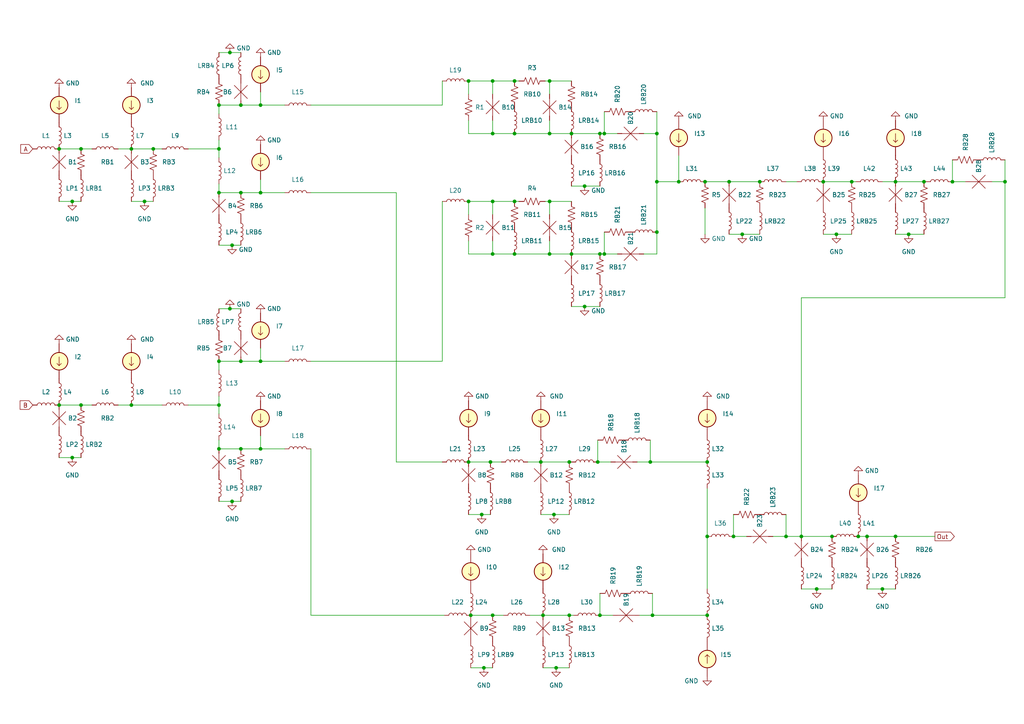
<source format=kicad_sch>
(kicad_sch (version 20211123) (generator eeschema)
  (paper "User" 297.002 210.007)
  (lib_symbols
    (symbol "Superconductors:Current_Source" (pin_numbers hide) (pin_names (offset 0.0254))
      (property "Reference" "I" (at 3.175 1.27 0))
      (property "Spice_Model" "pwl(0 0 100u)" (at 3.175 0 0))
      (symbol "Current_Source_0_1"
        (polyline (pts (xy 0 -1.27) (xy 0 1.27)))
        (polyline (pts (xy -0.635 -0.635) (xy 0 -1.27) (xy 0.635 -0.635)))
        (circle (center 0 0) (radius 2.54) (stroke (width 0.254)) (fill (type background)))
      )
      (symbol "Current_Source_1_1"
        (pin passive line (at 0 5.08 270) (length 2.54) (name "~") (number "1"))
        (pin passive line (at 0 -5.08 90) (length 2.54) (name "~") (number "2"))
      )
    )
    (symbol "Superconductors:Inductor" (pin_numbers hide) (pin_names (offset 1.016) hide)
      (property "Reference" "L" (at 0 2.032 0))
      (symbol "Inductor_0_1"
        (arc (start -1.27 0) (mid -1.905 0.635) (end -2.54 0))
        (arc (start 0 0) (mid -0.635 0.635) (end -1.27 0))
        (arc (start 1.27 0) (mid 0.635 0.635) (end 0 0))
        (arc (start 2.54 0) (mid 1.905 0.635) (end 1.27 0))
      )
      (symbol "Inductor_1_1"
        (pin passive line (at -3.81 0 0) (length 1.27) (name "1") (number "1"))
        (pin passive line (at 3.81 0 180) (length 1.27) (name "2") (number "2"))
      )
    )
    (symbol "Superconductors:Resistor" (pin_numbers hide) (pin_names (offset 0))
      (property "Reference" "R" (at 2.54 0 90))
      (symbol "Resistor_0_1"
        (polyline (pts (xy 0 -2.286) (xy 0 -2.54)))
        (polyline (pts (xy 0 2.286) (xy 0 2.54)))
        (polyline (pts (xy 0 -0.762) (xy 1.016 -1.143) (xy 0 -1.524) (xy -1.016 -1.905) (xy 0 -2.286)))
        (polyline (pts (xy 0 0.762) (xy 1.016 0.381) (xy 0 0) (xy -1.016 -0.381) (xy 0 -0.762)))
        (polyline (pts (xy 0 2.286) (xy 1.016 1.905) (xy 0 1.524) (xy -1.016 1.143) (xy 0 0.762)))
      )
      (symbol "Resistor_1_1"
        (pin passive line (at 0 3.81 270) (length 1.27) (name "~") (number "1"))
        (pin passive line (at 0 -3.81 90) (length 1.27) (name "~") (number "2"))
      )
    )
    (symbol "Superconductors:jjmit" (pin_numbers hide) (pin_names (offset 0))
      (property "Reference" "B" (at 3.175 0 90))
      (property "Value" "jjmit" (at -3.175 0 90))
      (symbol "jjmit_0_1"
        (polyline (pts (xy -1.905 -1.905) (xy 1.905 1.905)))
        (polyline (pts (xy -1.905 1.905) (xy 1.905 -1.905)))
        (polyline (pts (xy 0 -2.54) (xy 0 2.54)))
      )
      (symbol "jjmit_1_1"
        (pin passive line (at 0 3.81 270) (length 1.27) (name "~") (number "1"))
        (pin passive line (at 0 -3.81 90) (length 1.27) (name "~") (number "2"))
      )
    )
    (symbol "power:GND" (power) (pin_names (offset 0))
      (property "Value" "GND" (at 0 -3.81 0))
      (symbol "GND_0_1"
        (polyline (pts (xy 0 0) (xy 0 -1.27) (xy 1.27 -1.27) (xy 0 -2.54) (xy -1.27 -1.27) (xy 0 -1.27)))
      )
      (symbol "GND_1_1"
        (pin power_in line (at 0 0 270) (length 0) hide (name "GND") (number "1"))
      )
    )
  )
  (junction (at 215.265 67.945))
  (junction (at 20.955 132.715))
  (junction (at 259.715 52.705))
  (junction (at 276.225 52.705))
  (junction (at 196.85 52.705))
  (junction (at 23.495 43.18))
  (junction (at 142.875 38.735))
  (junction (at 66.675 89.535))
  (junction (at 149.225 23.495))
  (junction (at 142.875 73.66))
  (junction (at 23.495 117.475))
  (junction (at 135.89 133.985))
  (junction (at 159.385 23.495))
  (junction (at 241.3 155.575))
  (junction (at 69.85 104.775))
  (junction (at 149.225 38.735))
  (junction (at 169.545 88.9))
  (junction (at 75.565 104.775))
  (junction (at 236.855 170.815))
  (junction (at 63.5 55.88))
  (junction (at 291.465 52.705))
  (junction (at 190.5 52.705))
  (junction (at 205.105 133.985))
  (junction (at 142.875 178.435))
  (junction (at 140.335 193.675))
  (junction (at 135.89 23.495))
  (junction (at 75.565 130.175))
  (junction (at 175.26 73.66))
  (junction (at 63.5 30.48))
  (junction (at 44.45 43.18))
  (junction (at 267.97 52.705))
  (junction (at 205.105 155.575))
  (junction (at 251.46 155.575))
  (junction (at 188.595 133.985))
  (junction (at 136.525 178.435))
  (junction (at 232.41 155.575))
  (junction (at 67.31 145.415))
  (junction (at 220.345 52.705))
  (junction (at 165.1 133.985))
  (junction (at 238.76 52.705))
  (junction (at 66.675 15.24))
  (junction (at 149.225 58.42))
  (junction (at 175.26 38.735))
  (junction (at 160.655 149.225))
  (junction (at 173.355 133.985))
  (junction (at 189.23 178.435))
  (junction (at 157.48 178.435))
  (junction (at 159.385 58.42))
  (junction (at 142.875 58.42))
  (junction (at 20.955 58.42))
  (junction (at 17.145 43.18))
  (junction (at 63.5 43.18))
  (junction (at 75.565 55.88))
  (junction (at 156.845 133.985))
  (junction (at 205.105 178.435))
  (junction (at 173.99 38.735))
  (junction (at 173.99 73.66))
  (junction (at 227.965 155.575))
  (junction (at 38.1 117.475))
  (junction (at 142.24 133.985))
  (junction (at 139.7 149.225))
  (junction (at 204.47 52.705))
  (junction (at 247.015 52.705))
  (junction (at 63.5 117.475))
  (junction (at 259.715 155.575))
  (junction (at 165.735 73.66))
  (junction (at 242.57 67.945))
  (junction (at 161.29 193.675))
  (junction (at 69.85 55.88))
  (junction (at 159.385 38.735))
  (junction (at 63.5 130.175))
  (junction (at 75.565 30.48))
  (junction (at 38.1 43.18))
  (junction (at 67.31 71.12))
  (junction (at 149.225 73.66))
  (junction (at 190.5 67.31))
  (junction (at 190.5 38.735))
  (junction (at 135.89 58.42))
  (junction (at 248.92 155.575))
  (junction (at 17.145 117.475))
  (junction (at 41.91 58.42))
  (junction (at 69.85 30.48))
  (junction (at 63.5 104.775))
  (junction (at 255.905 170.815))
  (junction (at 159.385 73.66))
  (junction (at 212.725 155.575))
  (junction (at 165.735 38.735))
  (junction (at 263.525 67.945))
  (junction (at 142.875 23.495))
  (junction (at 173.99 178.435))
  (junction (at 169.545 53.975))
  (junction (at 69.85 130.175))
  (junction (at 165.1 178.435))
  (junction (at 211.455 52.705))
  (wire (pts (xy 173.99 178.435) (xy 177.8 178.435)))
  (wire (pts (xy 69.85 130.175) (xy 75.565 130.175)))
  (wire (pts (xy 165.1 178.435) (xy 166.37 178.435)))
  (wire (pts (xy 135.89 62.23) (xy 135.89 58.42)))
  (wire (pts (xy 41.91 58.42) (xy 44.45 58.42)))
  (wire (pts (xy 268.605 52.705) (xy 267.97 52.705)))
  (wire (pts (xy 159.385 58.42) (xy 159.385 62.23)))
  (wire (pts (xy 135.89 27.305) (xy 135.89 23.495)))
  (wire (pts (xy 173.99 73.66) (xy 175.26 73.66)))
  (wire (pts (xy 17.145 132.715) (xy 20.955 132.715)))
  (wire (pts (xy 291.465 52.705) (xy 291.465 46.355)))
  (wire (pts (xy 69.85 30.48) (xy 63.5 30.48)))
  (wire (pts (xy 255.905 52.705) (xy 259.715 52.705)))
  (wire (pts (xy 142.875 38.735) (xy 149.225 38.735)))
  (wire (pts (xy 248.285 52.705) (xy 247.015 52.705)))
  (wire (pts (xy 142.875 58.42) (xy 142.875 62.23)))
  (wire (pts (xy 159.385 23.495) (xy 159.385 27.305)))
  (wire (pts (xy 186.69 73.66) (xy 190.5 73.66)))
  (wire (pts (xy 276.225 52.705) (xy 280.035 52.705)))
  (wire (pts (xy 63.5 71.12) (xy 67.31 71.12)))
  (wire (pts (xy 142.875 58.42) (xy 149.225 58.42)))
  (wire (pts (xy 63.5 145.415) (xy 67.31 145.415)))
  (wire (pts (xy 165.735 73.66) (xy 173.99 73.66)))
  (wire (pts (xy 204.47 52.705) (xy 211.455 52.705)))
  (wire (pts (xy 159.385 38.735) (xy 165.735 38.735)))
  (wire (pts (xy 75.565 55.88) (xy 82.55 55.88)))
  (wire (pts (xy 135.89 38.735) (xy 142.875 38.735)))
  (wire (pts (xy 157.48 193.675) (xy 161.29 193.675)))
  (wire (pts (xy 142.875 73.66) (xy 149.225 73.66)))
  (wire (pts (xy 69.85 89.535) (xy 66.675 89.535)))
  (wire (pts (xy 159.385 58.42) (xy 165.735 58.42)))
  (wire (pts (xy 26.67 43.18) (xy 23.495 43.18)))
  (wire (pts (xy 227.965 52.705) (xy 231.14 52.705)))
  (wire (pts (xy 165.735 88.9) (xy 169.545 88.9)))
  (wire (pts (xy 90.17 104.775) (xy 128.27 104.775)))
  (wire (pts (xy 175.26 73.66) (xy 175.26 67.31)))
  (wire (pts (xy 90.17 55.88) (xy 114.935 55.88)))
  (wire (pts (xy 135.89 73.66) (xy 142.875 73.66)))
  (wire (pts (xy 263.525 67.945) (xy 267.97 67.945)))
  (wire (pts (xy 142.875 69.85) (xy 142.875 73.66)))
  (wire (pts (xy 215.265 67.945) (xy 220.345 67.945)))
  (wire (pts (xy 205.105 141.605) (xy 205.105 155.575)))
  (wire (pts (xy 161.29 193.675) (xy 165.1 193.675)))
  (wire (pts (xy 173.99 38.735) (xy 175.26 38.735)))
  (wire (pts (xy 63.5 130.175) (xy 63.5 127.635)))
  (wire (pts (xy 135.89 23.495) (xy 142.875 23.495)))
  (wire (pts (xy 136.525 178.435) (xy 142.875 178.435)))
  (wire (pts (xy 149.225 23.495) (xy 150.495 23.495)))
  (wire (pts (xy 224.155 155.575) (xy 227.965 155.575)))
  (wire (pts (xy 128.27 30.48) (xy 128.27 23.495)))
  (wire (pts (xy 251.46 155.575) (xy 259.715 155.575)))
  (wire (pts (xy 189.23 178.435) (xy 205.105 178.435)))
  (wire (pts (xy 75.565 52.07) (xy 75.565 55.88)))
  (wire (pts (xy 67.31 145.415) (xy 69.85 145.415)))
  (wire (pts (xy 156.845 133.985) (xy 165.1 133.985)))
  (wire (pts (xy 90.17 30.48) (xy 128.27 30.48)))
  (wire (pts (xy 69.85 104.775) (xy 63.5 104.775)))
  (wire (pts (xy 159.385 23.495) (xy 165.735 23.495)))
  (wire (pts (xy 175.26 73.66) (xy 179.07 73.66)))
  (wire (pts (xy 135.89 69.85) (xy 135.89 73.66)))
  (wire (pts (xy 135.89 133.985) (xy 142.24 133.985)))
  (wire (pts (xy 38.1 43.18) (xy 44.45 43.18)))
  (wire (pts (xy 17.145 43.18) (xy 23.495 43.18)))
  (wire (pts (xy 204.47 67.945) (xy 204.47 60.325)))
  (wire (pts (xy 227.965 155.575) (xy 232.41 155.575)))
  (wire (pts (xy 63.5 45.72) (xy 63.5 43.18)))
  (wire (pts (xy 135.89 58.42) (xy 142.875 58.42)))
  (wire (pts (xy 26.67 117.475) (xy 23.495 117.475)))
  (wire (pts (xy 232.41 86.36) (xy 291.465 86.36)))
  (wire (pts (xy 34.29 43.18) (xy 38.1 43.18)))
  (wire (pts (xy 66.675 15.24) (xy 63.5 15.24)))
  (wire (pts (xy 20.955 132.715) (xy 23.495 132.715)))
  (wire (pts (xy 188.595 133.985) (xy 205.105 133.985)))
  (wire (pts (xy 157.48 178.435) (xy 165.1 178.435)))
  (wire (pts (xy 114.935 133.985) (xy 128.27 133.985)))
  (wire (pts (xy 63.5 55.88) (xy 63.5 53.34)))
  (wire (pts (xy 173.355 133.985) (xy 173.355 127.635)))
  (wire (pts (xy 149.225 58.42) (xy 150.495 58.42)))
  (wire (pts (xy 185.42 178.435) (xy 189.23 178.435)))
  (wire (pts (xy 17.145 58.42) (xy 20.955 58.42)))
  (wire (pts (xy 259.715 52.705) (xy 267.97 52.705)))
  (wire (pts (xy 142.875 23.495) (xy 149.225 23.495)))
  (wire (pts (xy 63.5 55.88) (xy 69.85 55.88)))
  (wire (pts (xy 190.5 38.735) (xy 190.5 32.385)))
  (wire (pts (xy 63.5 117.475) (xy 54.61 117.475)))
  (wire (pts (xy 189.23 178.435) (xy 189.23 172.085)))
  (wire (pts (xy 205.105 155.575) (xy 205.105 170.815)))
  (wire (pts (xy 128.27 58.42) (xy 128.27 104.775)))
  (wire (pts (xy 135.89 34.925) (xy 135.89 38.735)))
  (wire (pts (xy 63.5 107.315) (xy 63.5 104.775)))
  (wire (pts (xy 136.525 193.675) (xy 140.335 193.675)))
  (wire (pts (xy 156.845 149.225) (xy 160.655 149.225)))
  (wire (pts (xy 175.26 38.735) (xy 175.26 32.385)))
  (wire (pts (xy 142.875 23.495) (xy 142.875 27.305)))
  (wire (pts (xy 236.855 170.815) (xy 241.3 170.815)))
  (wire (pts (xy 82.55 104.775) (xy 75.565 104.775)))
  (wire (pts (xy 146.05 178.435) (xy 142.875 178.435)))
  (wire (pts (xy 139.7 149.225) (xy 142.24 149.225)))
  (wire (pts (xy 63.5 40.64) (xy 63.5 43.18)))
  (wire (pts (xy 238.76 67.945) (xy 242.57 67.945)))
  (wire (pts (xy 153.67 178.435) (xy 157.48 178.435)))
  (wire (pts (xy 75.565 130.175) (xy 82.55 130.175)))
  (wire (pts (xy 186.69 38.735) (xy 190.5 38.735)))
  (wire (pts (xy 196.85 45.085) (xy 196.85 52.705)))
  (wire (pts (xy 212.725 155.575) (xy 212.725 149.225)))
  (wire (pts (xy 38.1 58.42) (xy 41.91 58.42)))
  (wire (pts (xy 173.355 133.985) (xy 177.165 133.985)))
  (wire (pts (xy 232.41 170.815) (xy 236.855 170.815)))
  (wire (pts (xy 63.5 120.015) (xy 63.5 117.475)))
  (wire (pts (xy 276.225 52.705) (xy 276.225 46.355)))
  (wire (pts (xy 232.41 86.36) (xy 232.41 155.575)))
  (wire (pts (xy 173.99 178.435) (xy 173.99 172.085)))
  (wire (pts (xy 188.595 133.985) (xy 188.595 127.635)))
  (wire (pts (xy 34.29 117.475) (xy 38.1 117.475)))
  (wire (pts (xy 46.99 117.475) (xy 38.1 117.475)))
  (wire (pts (xy 212.725 155.575) (xy 216.535 155.575)))
  (wire (pts (xy 190.5 52.705) (xy 196.85 52.705)))
  (wire (pts (xy 169.545 88.9) (xy 173.99 88.9)))
  (wire (pts (xy 90.17 178.435) (xy 128.905 178.435)))
  (wire (pts (xy 17.145 117.475) (xy 23.495 117.475)))
  (wire (pts (xy 251.46 170.815) (xy 255.905 170.815)))
  (wire (pts (xy 75.565 100.965) (xy 75.565 104.775)))
  (wire (pts (xy 165.735 133.985) (xy 165.1 133.985)))
  (wire (pts (xy 142.875 34.925) (xy 142.875 38.735)))
  (wire (pts (xy 175.26 38.735) (xy 179.07 38.735)))
  (wire (pts (xy 67.31 71.12) (xy 69.85 71.12)))
  (wire (pts (xy 153.035 133.985) (xy 156.845 133.985)))
  (wire (pts (xy 255.905 170.815) (xy 259.715 170.815)))
  (wire (pts (xy 165.735 53.975) (xy 169.545 53.975)))
  (wire (pts (xy 75.565 30.48) (xy 69.85 30.48)))
  (wire (pts (xy 159.385 73.66) (xy 165.735 73.66)))
  (wire (pts (xy 63.5 114.935) (xy 63.5 117.475)))
  (wire (pts (xy 20.955 58.42) (xy 23.495 58.42)))
  (wire (pts (xy 66.675 89.535) (xy 63.5 89.535)))
  (wire (pts (xy 259.715 67.945) (xy 263.525 67.945)))
  (wire (pts (xy 211.455 52.705) (xy 220.345 52.705)))
  (wire (pts (xy 63.5 43.18) (xy 54.61 43.18)))
  (wire (pts (xy 158.115 23.495) (xy 159.385 23.495)))
  (wire (pts (xy 69.85 55.88) (xy 75.565 55.88)))
  (wire (pts (xy 63.5 130.175) (xy 69.85 130.175)))
  (wire (pts (xy 190.5 52.705) (xy 190.5 67.31)))
  (wire (pts (xy 69.85 15.24) (xy 66.675 15.24)))
  (wire (pts (xy 242.57 67.945) (xy 247.015 67.945)))
  (wire (pts (xy 160.655 149.225) (xy 165.1 149.225)))
  (wire (pts (xy 82.55 30.48) (xy 75.565 30.48)))
  (wire (pts (xy 169.545 53.975) (xy 173.99 53.975)))
  (wire (pts (xy 184.785 133.985) (xy 188.595 133.985)))
  (wire (pts (xy 190.5 67.31) (xy 190.5 73.66)))
  (wire (pts (xy 158.115 58.42) (xy 159.385 58.42)))
  (wire (pts (xy 190.5 38.735) (xy 190.5 52.705)))
  (wire (pts (xy 75.565 126.365) (xy 75.565 130.175)))
  (wire (pts (xy 63.5 33.02) (xy 63.5 30.48)))
  (wire (pts (xy 140.335 193.675) (xy 142.875 193.675)))
  (wire (pts (xy 75.565 26.67) (xy 75.565 30.48)))
  (wire (pts (xy 227.965 155.575) (xy 227.965 149.225)))
  (wire (pts (xy 291.465 52.705) (xy 291.465 86.36)))
  (wire (pts (xy 287.655 52.705) (xy 291.465 52.705)))
  (wire (pts (xy 46.99 43.18) (xy 44.45 43.18)))
  (wire (pts (xy 145.415 133.985) (xy 142.24 133.985)))
  (wire (pts (xy 135.89 149.225) (xy 139.7 149.225)))
  (wire (pts (xy 232.41 155.575) (xy 241.3 155.575)))
  (wire (pts (xy 114.935 55.88) (xy 114.935 133.985)))
  (wire (pts (xy 75.565 104.775) (xy 69.85 104.775)))
  (wire (pts (xy 211.455 67.945) (xy 215.265 67.945)))
  (wire (pts (xy 149.225 73.66) (xy 159.385 73.66)))
  (wire (pts (xy 159.385 69.85) (xy 159.385 73.66)))
  (wire (pts (xy 271.145 155.575) (xy 259.715 155.575)))
  (wire (pts (xy 149.225 38.735) (xy 159.385 38.735)))
  (wire (pts (xy 165.735 38.735) (xy 173.99 38.735)))
  (wire (pts (xy 238.76 52.705) (xy 247.015 52.705)))
  (wire (pts (xy 251.46 155.575) (xy 248.92 155.575)))
  (wire (pts (xy 159.385 34.925) (xy 159.385 38.735)))
  (wire (pts (xy 90.17 130.175) (xy 90.17 178.435)))
  (global_label "A" (shape input) (at 9.525 43.18 180) (property "Intersheet References" "${INTERSHEET_REFS}" (effects hide)))
  (global_label "B" (shape input) (at 9.525 117.475 180) (property "Intersheet References" "${INTERSHEET_REFS}" (effects hide)))
  (global_label "Out" (shape output) (at 271.145 155.575 0) (property "Intersheet References" "${INTERSHEET_REFS}" (effects hide)))
  (symbol (lib_id "Superconductors:Resistor") (at 142.24 137.795 0) (unit 1)
    (property "Reference" "RB8" (at 147.955 137.7949 0) (effects (justify left)))
    (property "Value" "Resistor" (effects hide))
  )
  (symbol (lib_id "Superconductors:jjmit") (at 220.345 155.575 270) (unit 1)
    (property "Reference" "B23" (at 220.3449 153.035 0) (effects (justify right)))
    (property "Value" "jjmit" (effects hide))
  )
  (symbol (lib_id "Superconductors:Inductor") (at 63.5 111.125 270) (unit 1)
    (property "Reference" "L13" (at 65.405 111.1249 90) (effects (justify left)))
    (property "Value" "Inductor" (effects hide))
  )
  (symbol (lib_id "Superconductors:jjmit") (at 181.61 178.435 270) (unit 1)
    (property "Reference" "B19" (at 181.6099 175.895 0) (effects (justify right)))
    (property "Value" "jjmit" (effects hide))
  )
  (symbol (lib_id "Superconductors:jjmit") (at 63.5 133.985 180) (unit 1)
    (property "Reference" "B5" (at 66.04 133.9849 0) (effects (justify right)))
    (property "Value" "jjmit" (effects hide))
  )
  (symbol (lib_id "Superconductors:jjmit") (at 159.385 31.115 180) (unit 1)
    (property "Reference" "B14" (at 161.925 31.1149 0) (effects (justify right)))
    (property "Value" "jjmit" (effects hide))
  )
  (symbol (lib_id "Superconductors:Inductor") (at 63.5 123.825 270) (unit 1)
    (property "Reference" "L14" (at 64.77 123.8249 90) (effects (justify left)))
    (property "Value" "Inductor" (effects hide))
  )
  (symbol (lib_id "Superconductors:Inductor") (at 132.715 178.435 0) (unit 1)
    (property "Reference" "L22" (at 132.715 174.625 0))
    (property "Value" "Inductor" (effects hide))
  )
  (symbol (lib_id "Superconductors:Inductor") (at 63.5 19.05 90) (unit 1)
    (property "Reference" "LRB4" (at 62.23 19.0501 90) (effects (justify left)))
    (property "Value" "Inductor" (effects hide))
  )
  (symbol (lib_id "Superconductors:Current_Source") (at 135.89 121.285 0) (unit 1)
    (property "Reference" "I9" (at 140.335 120.0149 0) (effects (justify left)))
    (property "Value" "Current_Source" (effects hide))
    (property "Spice_Netlist_Enabled" "Y" (effects hide))
    (property "Spice_Primitive" "I" (effects hide))
    (property "Spice_Model" "pwl(0 0 100u)" (effects hide))
  )
  (symbol (lib_id "power:GND") (at 140.335 193.675 0) (unit 1)
    (property "Reference" "#PWR019" (effects hide))
    (property "Value" "GND" (at 140.335 198.755 0))
  )
  (symbol (lib_id "Superconductors:Resistor") (at 154.305 58.42 270) (unit 1)
    (property "Reference" "R4" (at 154.305 54.61 90))
    (property "Value" "Resistor" (effects hide))
  )
  (symbol (lib_id "Superconductors:Resistor") (at 149.225 27.305 0) (unit 1)
    (property "Reference" "RB10" (at 151.765 27.3049 0) (effects (justify left)))
    (property "Value" "Resistor" (effects hide))
  )
  (symbol (lib_id "Superconductors:Inductor") (at 156.845 145.415 270) (unit 1)
    (property "Reference" "LP12" (at 158.75 145.4149 90) (effects (justify left)))
    (property "Value" "Inductor" (effects hide))
  )
  (symbol (lib_id "Superconductors:Inductor") (at 13.335 117.475 0) (unit 1)
    (property "Reference" "L2" (at 13.335 113.665 0))
    (property "Value" "Inductor" (effects hide))
  )
  (symbol (lib_id "power:GND") (at 67.31 71.12 0) (unit 1)
    (property "Reference" "#PWR?" (effects hide))
    (property "Value" "GND" (at 69.215 72.3899 0) (effects (justify left)))
  )
  (symbol (lib_id "power:GND") (at 205.105 116.205 180) (unit 1)
    (property "Reference" "#PWR028" (effects hide))
    (property "Value" "GND" (at 207.645 114.9349 0) (effects (justify right)))
  )
  (symbol (lib_id "power:GND") (at 136.525 160.655 180) (unit 1)
    (property "Reference" "#PWR017" (effects hide))
    (property "Value" "GND" (at 138.43 159.3849 0) (effects (justify right)))
  )
  (symbol (lib_id "Superconductors:Inductor") (at 23.495 128.905 270) (unit 1)
    (property "Reference" "LRB2" (at 24.765 128.9049 90) (effects (justify left)))
    (property "Value" "Inductor" (effects hide))
  )
  (symbol (lib_id "Superconductors:jjmit") (at 165.735 42.545 180) (unit 1)
    (property "Reference" "B16" (at 168.275 42.5449 0) (effects (justify right)))
    (property "Value" "jjmit" (effects hide))
  )
  (symbol (lib_id "Superconductors:Inductor") (at 63.5 36.83 270) (unit 1)
    (property "Reference" "L11" (at 65.405 36.8299 90) (effects (justify left)))
    (property "Value" "Inductor" (effects hide))
  )
  (symbol (lib_id "Superconductors:Inductor") (at 30.48 117.475 0) (unit 1)
    (property "Reference" "L6" (at 30.48 113.665 0))
    (property "Value" "Inductor" (effects hide))
  )
  (symbol (lib_id "Superconductors:Inductor") (at 69.85 141.605 270) (unit 1)
    (property "Reference" "LRB7" (at 71.12 141.6049 90) (effects (justify left)))
    (property "Value" "Inductor" (effects hide))
  )
  (symbol (lib_id "Superconductors:Inductor") (at 13.335 43.18 0) (unit 1)
    (property "Reference" "L1" (at 13.335 39.37 0))
    (property "Value" "Inductor" (effects hide))
  )
  (symbol (lib_id "Superconductors:jjmit") (at 259.715 56.515 180) (unit 1)
    (property "Reference" "B27" (at 262.255 56.5149 0) (effects (justify right)))
    (property "Value" "jjmit" (effects hide))
  )
  (symbol (lib_id "power:GND") (at 66.675 15.24 180) (unit 1)
    (property "Reference" "#PWR08" (effects hide))
    (property "Value" "GND" (at 68.58 13.9699 0) (effects (justify right)))
  )
  (symbol (lib_id "Superconductors:jjmit") (at 17.145 46.99 180) (unit 1)
    (property "Reference" "B1" (at 19.685 46.9899 0) (effects (justify right)))
    (property "Value" "jjmit" (effects hide))
  )
  (symbol (lib_id "Superconductors:Inductor") (at 238.76 64.135 270) (unit 1)
    (property "Reference" "LP25" (at 240.665 64.135 90) (effects (justify left)))
    (property "Value" "Inductor" (effects hide))
  )
  (symbol (lib_id "Superconductors:Inductor") (at 272.415 52.705 0) (unit 1)
    (property "Reference" "L44" (at 272.415 48.895 0))
    (property "Value" "Inductor" (effects hide))
  )
  (symbol (lib_id "power:GND") (at 205.105 196.215 0) (unit 1)
    (property "Reference" "#PWR029" (effects hide))
    (property "Value" "GND" (at 202.565 197.4851 0) (effects (justify right)))
  )
  (symbol (lib_id "power:GND") (at 139.7 149.225 0) (unit 1)
    (property "Reference" "#PWR018" (effects hide))
    (property "Value" "GND" (at 139.7 154.305 0))
  )
  (symbol (lib_id "Superconductors:Inductor") (at 186.69 67.31 0) (unit 1)
    (property "Reference" "LRB21" (at 186.6899 65.405 90) (effects (justify left)))
    (property "Value" "Inductor" (effects hide))
  )
  (symbol (lib_id "Superconductors:Resistor") (at 135.89 31.115 0) (unit 1)
    (property "Reference" "R1" (at 137.795 31.1149 0) (effects (justify left)))
    (property "Value" "Resistor" (effects hide))
  )
  (symbol (lib_id "Superconductors:Resistor") (at 165.1 137.795 0) (unit 1)
    (property "Reference" "RB12" (at 167.64 137.7949 0) (effects (justify left)))
    (property "Value" "Resistor" (effects hide))
  )
  (symbol (lib_id "Superconductors:Resistor") (at 179.07 32.385 90) (unit 1)
    (property "Reference" "RB20" (at 179.0699 29.845 0) (effects (justify left)))
    (property "Value" "Resistor" (effects hide))
  )
  (symbol (lib_id "Superconductors:Inductor") (at 63.5 141.605 270) (unit 1)
    (property "Reference" "LP5" (at 65.405 141.6049 90) (effects (justify left)))
    (property "Value" "Inductor" (effects hide))
  )
  (symbol (lib_id "Superconductors:Inductor") (at 287.655 46.355 0) (unit 1)
    (property "Reference" "LRB28" (at 287.6549 44.45 90) (effects (justify left)))
    (property "Value" "Inductor" (effects hide))
  )
  (symbol (lib_id "Superconductors:Resistor") (at 149.225 62.23 0) (unit 1)
    (property "Reference" "RB11" (at 151.765 62.2299 0) (effects (justify left)))
    (property "Value" "Resistor" (effects hide))
  )
  (symbol (lib_id "Superconductors:Current_Source") (at 75.565 121.285 0) (unit 1)
    (property "Reference" "I8" (at 80.01 120.0149 0) (effects (justify left)))
    (property "Value" "Current_Source" (effects hide))
    (property "Spice_Netlist_Enabled" "Y" (effects hide))
    (property "Spice_Primitive" "I" (effects hide))
    (property "Spice_Model" "pwl(0 0 100u)" (effects hide))
  )
  (symbol (lib_id "Superconductors:jjmit") (at 142.875 31.115 180) (unit 1)
    (property "Reference" "B10" (at 145.415 31.1149 0) (effects (justify right)))
    (property "Value" "jjmit" (effects hide))
  )
  (symbol (lib_id "Superconductors:Resistor") (at 247.015 56.515 0) (unit 1)
    (property "Reference" "RB25" (at 248.92 56.515 0) (effects (justify left)))
    (property "Value" "Resistor" (effects hide))
  )
  (symbol (lib_id "power:GND") (at 204.47 67.945 0) (unit 1)
    (property "Reference" "#PWR027" (effects hide))
    (property "Value" "GND" (at 206.375 69.2149 0) (effects (justify left)))
  )
  (symbol (lib_id "Superconductors:Inductor") (at 259.715 64.135 270) (unit 1)
    (property "Reference" "LP27" (at 261.62 64.1349 90) (effects (justify left)))
    (property "Value" "Inductor" (effects hide))
  )
  (symbol (lib_id "Superconductors:Current_Source") (at 157.48 165.735 0) (unit 1)
    (property "Reference" "I12" (at 161.925 164.4649 0) (effects (justify left)))
    (property "Value" "Current_Source" (effects hide))
    (property "Spice_Netlist_Enabled" "Y" (effects hide))
    (property "Spice_Primitive" "I" (effects hide))
    (property "Spice_Model" "pwl(0 0 100u)" (effects hide))
  )
  (symbol (lib_id "Superconductors:Inductor") (at 69.85 67.31 270) (unit 1)
    (property "Reference" "LRB6" (at 71.12 67.3099 90) (effects (justify left)))
    (property "Value" "Inductor" (effects hide))
  )
  (symbol (lib_id "Superconductors:Inductor") (at 30.48 43.18 0) (unit 1)
    (property "Reference" "L5" (at 30.48 39.37 0))
    (property "Value" "Inductor" (effects hide))
  )
  (symbol (lib_id "Superconductors:Resistor") (at 280.035 46.355 90) (unit 1)
    (property "Reference" "RB28" (at 280.0349 43.815 0) (effects (justify left)))
    (property "Value" "Resistor" (effects hide))
  )
  (symbol (lib_id "Superconductors:Inductor") (at 17.145 39.37 270) (unit 1)
    (property "Reference" "L3" (at 18.415 39.3699 90) (effects (justify left)))
    (property "Value" "Inductor" (effects hide))
  )
  (symbol (lib_id "Superconductors:Inductor") (at 173.99 85.09 270) (unit 1)
    (property "Reference" "LRB17" (at 175.26 85.0899 90) (effects (justify left)))
    (property "Value" "Inductor" (effects hide))
  )
  (symbol (lib_id "Superconductors:jjmit") (at 211.455 56.515 180) (unit 1)
    (property "Reference" "B22" (at 213.995 56.5149 0) (effects (justify right)))
    (property "Value" "jjmit" (effects hide))
  )
  (symbol (lib_id "power:GND") (at 75.565 16.51 180) (unit 1)
    (property "Reference" "#PWR012" (effects hide))
    (property "Value" "GND" (at 77.47 15.2399 0) (effects (justify right)))
  )
  (symbol (lib_id "power:GND") (at 38.1 99.695 180) (unit 1)
    (property "Reference" "#PWR06" (effects hide))
    (property "Value" "GND" (at 40.64 98.4249 0) (effects (justify right)))
  )
  (symbol (lib_id "Superconductors:Inductor") (at 136.525 189.865 270) (unit 1)
    (property "Reference" "LP9" (at 138.43 189.8649 90) (effects (justify left)))
    (property "Value" "Inductor" (effects hide))
  )
  (symbol (lib_id "Superconductors:Resistor") (at 23.495 46.99 0) (unit 1)
    (property "Reference" "RB1" (at 29.21 46.9899 0) (effects (justify left)))
    (property "Value" "Resistor" (effects hide))
  )
  (symbol (lib_id "Superconductors:Inductor") (at 224.155 149.225 0) (unit 1)
    (property "Reference" "LRB23" (at 224.1549 147.32 90) (effects (justify left)))
    (property "Value" "Inductor" (effects hide))
  )
  (symbol (lib_id "Superconductors:Current_Source") (at 136.525 165.735 0) (unit 1)
    (property "Reference" "I10" (at 140.97 164.4649 0) (effects (justify left)))
    (property "Value" "Current_Source" (effects hide))
    (property "Spice_Netlist_Enabled" "Y" (effects hide))
    (property "Spice_Primitive" "I" (effects hide))
    (property "Spice_Model" "pwl(0 0 100u)" (effects hide))
  )
  (symbol (lib_id "power:GND") (at 156.845 116.205 180) (unit 1)
    (property "Reference" "#PWR020" (effects hide))
    (property "Value" "GND" (at 159.385 114.9349 0) (effects (justify right)))
  )
  (symbol (lib_id "Superconductors:Inductor") (at 50.8 43.18 0) (unit 1)
    (property "Reference" "L9" (at 50.8 39.37 0))
    (property "Value" "Inductor" (effects hide))
  )
  (symbol (lib_id "power:GND") (at 75.565 116.205 180) (unit 1)
    (property "Reference" "#PWR015" (effects hide))
    (property "Value" "GND" (at 77.47 114.9349 0) (effects (justify right)))
  )
  (symbol (lib_id "Superconductors:Inductor") (at 38.1 113.665 270) (unit 1)
    (property "Reference" "L8" (at 39.37 113.6649 90) (effects (justify left)))
    (property "Value" "Inductor" (effects hide))
  )
  (symbol (lib_id "Superconductors:jjmit") (at 17.145 121.285 180) (unit 1)
    (property "Reference" "B2" (at 19.685 121.2849 0) (effects (justify right)))
    (property "Value" "jjmit" (effects hide))
  )
  (symbol (lib_id "power:GND") (at 20.955 58.42 0) (unit 1)
    (property "Reference" "#PWR03" (effects hide))
    (property "Value" "GND" (at 20.955 63.5 0))
  )
  (symbol (lib_id "Superconductors:Current_Source") (at 75.565 95.885 0) (unit 1)
    (property "Reference" "I7" (at 80.01 94.6149 0) (effects (justify left)))
    (property "Value" "Current_Source" (effects hide))
    (property "Spice_Netlist_Enabled" "Y" (effects hide))
    (property "Spice_Primitive" "I" (effects hide))
    (property "Spice_Model" "pwl(0 0 100u)" (effects hide))
  )
  (symbol (lib_id "Superconductors:Inductor") (at 165.1 145.415 270) (unit 1)
    (property "Reference" "LRB12" (at 166.37 145.4149 90) (effects (justify left)))
    (property "Value" "Inductor" (effects hide))
  )
  (symbol (lib_id "Superconductors:jjmit") (at 283.845 52.705 270) (unit 1)
    (property "Reference" "B28" (at 283.8449 50.165 0) (effects (justify right)))
    (property "Value" "jjmit" (effects hide))
  )
  (symbol (lib_id "Superconductors:Inductor") (at 69.85 19.05 90) (unit 1)
    (property "Reference" "LP6" (at 67.945 19.0501 90) (effects (justify left)))
    (property "Value" "Inductor" (effects hide))
  )
  (symbol (lib_id "Superconductors:Inductor") (at 132.08 133.985 0) (unit 1)
    (property "Reference" "L21" (at 132.08 130.175 0))
    (property "Value" "Inductor" (effects hide))
  )
  (symbol (lib_id "Superconductors:Current_Source") (at 248.92 142.875 0) (unit 1)
    (property "Reference" "I17" (at 253.365 141.6049 0) (effects (justify left)))
    (property "Value" "Current_Source" (effects hide))
    (property "Spice_Netlist_Enabled" "Y" (effects hide))
    (property "Spice_Primitive" "I" (effects hide))
    (property "Spice_Model" "pwl(0 0 100u)" (effects hide))
  )
  (symbol (lib_id "Superconductors:Current_Source") (at 38.1 104.775 0) (unit 1)
    (property "Reference" "I4" (at 42.545 103.5049 0) (effects (justify left)))
    (property "Value" "Current_Source" (effects hide))
    (property "Spice_Netlist_Enabled" "Y" (effects hide))
    (property "Spice_Primitive" "I" (effects hide))
    (property "Spice_Model" "pwl(0 0 100u)" (effects hide))
  )
  (symbol (lib_id "Superconductors:Inductor") (at 170.18 178.435 0) (unit 1)
    (property "Reference" "L30" (at 170.18 174.625 0))
    (property "Value" "Inductor" (effects hide))
  )
  (symbol (lib_id "power:GND") (at 38.1 25.4 180) (unit 1)
    (property "Reference" "#PWR05" (effects hide))
    (property "Value" "GND" (at 40.64 24.1299 0) (effects (justify right)))
  )
  (symbol (lib_id "Superconductors:Inductor") (at 86.36 55.88 0) (unit 1)
    (property "Reference" "L16" (at 86.36 52.07 0))
    (property "Value" "Inductor" (effects hide))
  )
  (symbol (lib_id "power:GND") (at 263.525 67.945 0) (unit 1)
    (property "Reference" "#PWR037" (effects hide))
    (property "Value" "GND" (at 263.525 73.025 0))
  )
  (symbol (lib_id "Superconductors:jjmit") (at 69.85 100.965 0) (unit 1)
    (property "Reference" "B7" (at 67.31 100.9651 0) (effects (justify right)))
    (property "Value" "jjmit" (effects hide))
  )
  (symbol (lib_id "Superconductors:jjmit") (at 165.735 77.47 180) (unit 1)
    (property "Reference" "B17" (at 168.275 77.4699 0) (effects (justify right)))
    (property "Value" "jjmit" (effects hide))
  )
  (symbol (lib_id "Superconductors:Inductor") (at 17.145 54.61 270) (unit 1)
    (property "Reference" "LP1" (at 19.05 54.6099 90) (effects (justify left)))
    (property "Value" "Inductor" (effects hide))
  )
  (symbol (lib_id "Superconductors:Inductor") (at 132.08 58.42 0) (unit 1)
    (property "Reference" "L20" (at 132.08 55.245 0))
    (property "Value" "Inductor" (effects hide))
  )
  (symbol (lib_id "Superconductors:Inductor") (at 136.525 174.625 270) (unit 1)
    (property "Reference" "L24" (at 137.795 174.6249 90) (effects (justify left)))
    (property "Value" "Inductor" (effects hide))
  )
  (symbol (lib_id "Superconductors:Inductor") (at 149.225 69.85 270) (unit 1)
    (property "Reference" "LRB11" (at 151.13 69.8499 90) (effects (justify left)))
    (property "Value" "Inductor" (effects hide))
  )
  (symbol (lib_id "Superconductors:Current_Source") (at 205.105 191.135 180) (unit 1)
    (property "Reference" "I15" (at 208.915 189.8649 0) (effects (justify right)))
    (property "Value" "Current_Source" (effects hide))
    (property "Spice_Netlist_Enabled" "Y" (effects hide))
    (property "Spice_Primitive" "I" (effects hide))
    (property "Spice_Model" "pwl(0 0 100u)" (effects hide))
  )
  (symbol (lib_id "Superconductors:Inductor") (at 205.105 174.625 270) (unit 1)
    (property "Reference" "L34" (at 206.375 174.6249 90) (effects (justify left)))
    (property "Value" "Inductor" (effects hide))
  )
  (symbol (lib_id "Superconductors:Inductor") (at 142.875 189.865 270) (unit 1)
    (property "Reference" "LRB9" (at 144.145 189.8649 90) (effects (justify left)))
    (property "Value" "Inductor" (effects hide))
  )
  (symbol (lib_id "Superconductors:Inductor") (at 220.345 64.135 270) (unit 1)
    (property "Reference" "LRB22" (at 221.615 64.1349 90) (effects (justify left)))
    (property "Value" "Inductor" (effects hide))
  )
  (symbol (lib_id "power:GND") (at 67.31 145.415 0) (unit 1)
    (property "Reference" "#PWR011" (effects hide))
    (property "Value" "GND" (at 67.31 150.495 0))
  )
  (symbol (lib_id "Superconductors:Resistor") (at 216.535 149.225 90) (unit 1)
    (property "Reference" "RB22" (at 216.5349 146.685 0) (effects (justify left)))
    (property "Value" "Resistor" (effects hide))
  )
  (symbol (lib_id "Superconductors:Inductor") (at 165.1 189.865 270) (unit 1)
    (property "Reference" "LRB13" (at 166.37 189.8649 90) (effects (justify left)))
    (property "Value" "Inductor" (effects hide))
  )
  (symbol (lib_id "Superconductors:Inductor") (at 267.97 64.135 270) (unit 1)
    (property "Reference" "LRB27" (at 269.24 64.1349 90) (effects (justify left)))
    (property "Value" "Inductor" (effects hide))
  )
  (symbol (lib_id "Superconductors:jjmit") (at 69.85 26.67 0) (unit 1)
    (property "Reference" "B6" (at 67.31 26.6701 0) (effects (justify right)))
    (property "Value" "jjmit" (effects hide))
  )
  (symbol (lib_id "Superconductors:Inductor") (at 185.42 172.085 0) (unit 1)
    (property "Reference" "LRB19" (at 185.4199 170.18 90) (effects (justify left)))
    (property "Value" "Inductor" (effects hide))
  )
  (symbol (lib_id "Superconductors:Inductor") (at 251.46 167.005 270) (unit 1)
    (property "Reference" "LP26" (at 252.73 167.0049 90) (effects (justify left)))
    (property "Value" "Inductor" (effects hide))
  )
  (symbol (lib_id "Superconductors:jjmit") (at 238.76 56.515 180) (unit 1)
    (property "Reference" "B25" (at 241.3 56.5149 0) (effects (justify right)))
    (property "Value" "jjmit" (effects hide))
  )
  (symbol (lib_id "power:GND") (at 75.565 90.805 180) (unit 1)
    (property "Reference" "#PWR014" (effects hide))
    (property "Value" "GND" (at 77.47 89.5349 0) (effects (justify right)))
  )
  (symbol (lib_id "Superconductors:Inductor") (at 132.08 23.495 0) (unit 1)
    (property "Reference" "L19" (at 132.08 20.32 0))
    (property "Value" "Inductor" (effects hide))
  )
  (symbol (lib_id "Superconductors:Inductor") (at 224.155 52.705 0) (unit 1)
    (property "Reference" "L37" (at 224.155 48.895 0))
    (property "Value" "Inductor" (effects hide))
  )
  (symbol (lib_id "Superconductors:Inductor") (at 50.8 117.475 0) (unit 1)
    (property "Reference" "L10" (at 50.8 113.665 0))
    (property "Value" "Inductor" (effects hide))
  )
  (symbol (lib_id "power:GND") (at 66.675 89.535 180) (unit 1)
    (property "Reference" "#PWR09" (effects hide))
    (property "Value" "GND" (at 68.58 88.2649 0) (effects (justify right)))
  )
  (symbol (lib_id "power:GND") (at 236.855 170.815 0) (unit 1)
    (property "Reference" "#PWR031" (effects hide))
    (property "Value" "GND" (at 236.855 175.895 0))
  )
  (symbol (lib_id "Superconductors:Inductor") (at 165.735 34.925 270) (unit 1)
    (property "Reference" "LRB14" (at 167.64 34.9249 90) (effects (justify left)))
    (property "Value" "Inductor" (effects hide))
  )
  (symbol (lib_id "Superconductors:Inductor") (at 248.92 151.765 270) (unit 1)
    (property "Reference" "L41" (at 250.19 151.7649 90) (effects (justify left)))
    (property "Value" "Inductor" (effects hide))
  )
  (symbol (lib_id "Superconductors:Inductor") (at 86.36 104.775 0) (unit 1)
    (property "Reference" "L17" (at 86.36 100.965 0))
    (property "Value" "Inductor" (effects hide))
  )
  (symbol (lib_id "Superconductors:Current_Source") (at 75.565 46.99 0) (unit 1)
    (property "Reference" "I6" (at 80.01 45.7199 0) (effects (justify left)))
    (property "Value" "Current_Source" (effects hide))
    (property "Spice_Netlist_Enabled" "Y" (effects hide))
    (property "Spice_Primitive" "I" (effects hide))
    (property "Spice_Model" "pwl(0 0 100u)" (effects hide))
  )
  (symbol (lib_id "Superconductors:Inductor") (at 63.5 67.31 270) (unit 1)
    (property "Reference" "LP4" (at 65.405 67.3099 90) (effects (justify left)))
    (property "Value" "Inductor" (effects hide))
  )
  (symbol (lib_id "Superconductors:Inductor") (at 38.1 39.37 270) (unit 1)
    (property "Reference" "L7" (at 39.37 39.3699 90) (effects (justify left)))
    (property "Value" "Inductor" (effects hide))
  )
  (symbol (lib_id "power:GND") (at 242.57 67.945 0) (unit 1)
    (property "Reference" "#PWR033" (effects hide))
    (property "Value" "GND" (at 242.57 73.025 0))
  )
  (symbol (lib_id "power:GND") (at 238.76 34.925 180) (unit 1)
    (property "Reference" "#PWR032" (effects hide))
    (property "Value" "GND" (at 240.665 33.6549 0) (effects (justify right)))
  )
  (symbol (lib_id "Superconductors:Inductor") (at 205.105 130.175 270) (unit 1)
    (property "Reference" "L32" (at 206.375 130.1749 90) (effects (justify left)))
    (property "Value" "Inductor" (effects hide))
  )
  (symbol (lib_id "Superconductors:Resistor") (at 204.47 56.515 0) (unit 1)
    (property "Reference" "R5" (at 206.375 56.5149 0) (effects (justify left)))
    (property "Value" "Resistor" (effects hide))
  )
  (symbol (lib_id "Superconductors:Resistor") (at 177.8 172.085 90) (unit 1)
    (property "Reference" "RB19" (at 177.7999 169.545 0) (effects (justify left)))
    (property "Value" "Resistor" (effects hide))
  )
  (symbol (lib_id "Superconductors:Resistor") (at 135.89 66.04 0) (unit 1)
    (property "Reference" "R2" (at 137.795 66.0399 0) (effects (justify left)))
    (property "Value" "Resistor" (effects hide))
  )
  (symbol (lib_id "power:GND") (at 248.92 137.795 180) (unit 1)
    (property "Reference" "#PWR034" (effects hide))
    (property "Value" "GND" (at 250.825 136.5249 0) (effects (justify right)))
  )
  (symbol (lib_id "power:GND") (at 157.48 160.655 180) (unit 1)
    (property "Reference" "#PWR021" (effects hide))
    (property "Value" "GND" (at 160.02 159.3849 0) (effects (justify right)))
  )
  (symbol (lib_id "Superconductors:Inductor") (at 234.95 52.705 0) (unit 1)
    (property "Reference" "L38" (at 234.95 48.895 0))
    (property "Value" "Inductor" (effects hide))
  )
  (symbol (lib_id "Superconductors:jjmit") (at 38.1 46.99 180) (unit 1)
    (property "Reference" "B3" (at 40.64 46.9899 0) (effects (justify right)))
    (property "Value" "jjmit" (effects hide))
  )
  (symbol (lib_id "Superconductors:Inductor") (at 200.66 52.705 0) (unit 1)
    (property "Reference" "L31" (at 200.66 48.895 0))
    (property "Value" "Inductor" (effects hide))
  )
  (symbol (lib_id "power:GND") (at 196.85 34.925 180) (unit 1)
    (property "Reference" "#PWR026" (effects hide))
    (property "Value" "GND" (at 199.39 33.6549 0) (effects (justify right)))
  )
  (symbol (lib_id "Superconductors:Resistor") (at 154.305 23.495 270) (unit 1)
    (property "Reference" "R3" (at 154.305 19.685 90))
    (property "Value" "Resistor" (effects hide))
  )
  (symbol (lib_id "power:GND") (at 17.145 25.4 180) (unit 1)
    (property "Reference" "#PWR01" (effects hide))
    (property "Value" "GND" (at 19.05 24.1299 0) (effects (justify right)))
  )
  (symbol (lib_id "Superconductors:jjmit") (at 135.89 137.795 180) (unit 1)
    (property "Reference" "B8" (at 138.43 137.7949 0) (effects (justify right)))
    (property "Value" "jjmit" (effects hide))
  )
  (symbol (lib_id "Superconductors:Inductor") (at 211.455 64.135 270) (unit 1)
    (property "Reference" "LP22" (at 213.36 64.1349 90) (effects (justify left)))
    (property "Value" "Inductor" (effects hide))
  )
  (symbol (lib_id "Superconductors:Resistor") (at 179.07 67.31 90) (unit 1)
    (property "Reference" "RB21" (at 179.0699 64.77 0) (effects (justify left)))
    (property "Value" "Resistor" (effects hide))
  )
  (symbol (lib_id "Superconductors:jjmit") (at 180.975 133.985 270) (unit 1)
    (property "Reference" "B18" (at 180.9749 131.445 0) (effects (justify right)))
    (property "Value" "jjmit" (effects hide))
  )
  (symbol (lib_id "Superconductors:Inductor") (at 23.495 54.61 270) (unit 1)
    (property "Reference" "LRB1" (at 24.765 54.6099 90) (effects (justify left)))
    (property "Value" "Inductor" (effects hide))
  )
  (symbol (lib_id "Superconductors:Current_Source") (at 17.145 104.775 0) (unit 1)
    (property "Reference" "I2" (at 21.59 103.5049 0) (effects (justify left)))
    (property "Value" "Current_Source" (effects hide))
    (property "Spice_Netlist_Enabled" "Y" (effects hide))
    (property "Spice_Primitive" "I" (effects hide))
    (property "Spice_Model" "pwl(0 0 100u)" (effects hide))
  )
  (symbol (lib_id "Superconductors:Inductor") (at 259.715 48.895 270) (unit 1)
    (property "Reference" "L43" (at 260.985 48.8949 90) (effects (justify left)))
    (property "Value" "Inductor" (effects hide))
  )
  (symbol (lib_id "power:GND") (at 161.29 193.675 0) (unit 1)
    (property "Reference" "#PWR023" (effects hide))
    (property "Value" "GND" (at 161.29 198.755 0))
  )
  (symbol (lib_id "Superconductors:Current_Source") (at 156.845 121.285 0) (unit 1)
    (property "Reference" "I11" (at 161.29 120.0149 0) (effects (justify left)))
    (property "Value" "Current_Source" (effects hide))
    (property "Spice_Netlist_Enabled" "Y" (effects hide))
    (property "Spice_Primitive" "I" (effects hide))
    (property "Spice_Model" "pwl(0 0 100u)" (effects hide))
  )
  (symbol (lib_id "Superconductors:Current_Source") (at 238.76 40.005 0) (unit 1)
    (property "Reference" "I16" (at 243.205 38.7349 0) (effects (justify left)))
    (property "Value" "Current_Source" (effects hide))
    (property "Spice_Netlist_Enabled" "Y" (effects hide))
    (property "Spice_Primitive" "I" (effects hide))
    (property "Spice_Model" "pwl(0 0 100u)" (effects hide))
  )
  (symbol (lib_id "Superconductors:Inductor") (at 165.735 50.165 270) (unit 1)
    (property "Reference" "LP16" (at 167.64 50.1649 90) (effects (justify left)))
    (property "Value" "Inductor" (effects hide))
  )
  (symbol (lib_id "power:GND") (at 135.89 116.205 180) (unit 1)
    (property "Reference" "#PWR016" (effects hide))
    (property "Value" "GND" (at 137.795 114.9349 0) (effects (justify right)))
  )
  (symbol (lib_id "Superconductors:Inductor") (at 169.545 133.985 0) (unit 1)
    (property "Reference" "L29" (at 169.545 130.175 0))
    (property "Value" "Inductor" (effects hide))
  )
  (symbol (lib_id "Superconductors:Inductor") (at 241.3 167.005 270) (unit 1)
    (property "Reference" "LRB24" (at 242.57 167.0049 90) (effects (justify left)))
    (property "Value" "Inductor" (effects hide))
  )
  (symbol (lib_id "Superconductors:jjmit") (at 251.46 159.385 180) (unit 1)
    (property "Reference" "B26" (at 254 159.3849 0) (effects (justify right)))
    (property "Value" "jjmit" (effects hide))
  )
  (symbol (lib_id "Superconductors:Current_Source") (at 259.715 40.005 0) (unit 1)
    (property "Reference" "I18" (at 264.16 38.7349 0) (effects (justify left)))
    (property "Value" "Current_Source" (effects hide))
    (property "Spice_Netlist_Enabled" "Y" (effects hide))
    (property "Spice_Primitive" "I" (effects hide))
    (property "Spice_Model" "pwl(0 0 100u)" (effects hide))
  )
  (symbol (lib_id "Superconductors:jjmit") (at 142.875 66.04 180) (unit 1)
    (property "Reference" "B11" (at 145.415 66.0399 0) (effects (justify right)))
    (property "Value" "jjmit" (effects hide))
  )
  (symbol (lib_id "Superconductors:Inductor") (at 252.095 52.705 0) (unit 1)
    (property "Reference" "L42" (at 252.095 48.895 0))
    (property "Value" "Inductor" (effects hide))
  )
  (symbol (lib_id "Superconductors:Current_Source") (at 17.145 30.48 0) (unit 1)
    (property "Reference" "I1" (at 21.59 29.2099 0) (effects (justify left)))
    (property "Value" "Current_Source" (effects hide))
    (property "Spice_Netlist_Enabled" "Y" (effects hide))
    (property "Spice_Primitive" "I" (effects hide))
    (property "Spice_Model" "pwl(0 0 100u)" (effects hide))
  )
  (symbol (lib_id "Superconductors:Resistor") (at 173.99 42.545 0) (unit 1)
    (property "Reference" "RB16" (at 176.53 42.5449 0) (effects (justify left)))
    (property "Value" "Resistor" (effects hide))
  )
  (symbol (lib_id "Superconductors:Inductor") (at 173.99 50.165 270) (unit 1)
    (property "Reference" "LRB16" (at 175.26 50.1649 90) (effects (justify left)))
    (property "Value" "Inductor" (effects hide))
  )
  (symbol (lib_id "Superconductors:Inductor") (at 69.85 93.345 90) (unit 1)
    (property "Reference" "LP7" (at 67.945 93.3451 90) (effects (justify left)))
    (property "Value" "Inductor" (effects hide))
  )
  (symbol (lib_id "Superconductors:Inductor") (at 44.45 54.61 270) (unit 1)
    (property "Reference" "LRB3" (at 45.72 54.6099 90) (effects (justify left)))
    (property "Value" "Inductor" (effects hide))
  )
  (symbol (lib_id "Superconductors:Inductor") (at 157.48 189.865 270) (unit 1)
    (property "Reference" "LP13" (at 158.75 189.8649 90) (effects (justify left)))
    (property "Value" "Inductor" (effects hide))
  )
  (symbol (lib_id "Superconductors:Inductor") (at 165.735 69.85 270) (unit 1)
    (property "Reference" "LRB15" (at 167.64 69.8499 90) (effects (justify left)))
    (property "Value" "Inductor" (effects hide))
  )
  (symbol (lib_id "Superconductors:jjmit") (at 182.88 38.735 270) (unit 1)
    (property "Reference" "B20" (at 182.8799 36.195 0) (effects (justify right)))
    (property "Value" "jjmit" (effects hide))
  )
  (symbol (lib_id "Superconductors:jjmit") (at 159.385 66.04 180) (unit 1)
    (property "Reference" "B15" (at 161.925 66.0399 0) (effects (justify right)))
    (property "Value" "jjmit" (effects hide))
  )
  (symbol (lib_id "Superconductors:Inductor") (at 63.5 49.53 270) (unit 1)
    (property "Reference" "L12" (at 64.77 49.5299 90) (effects (justify left)))
    (property "Value" "Inductor" (effects hide))
  )
  (symbol (lib_id "Superconductors:Inductor") (at 149.225 133.985 0) (unit 1)
    (property "Reference" "L25" (at 149.225 130.175 0))
    (property "Value" "Inductor" (effects hide))
  )
  (symbol (lib_id "power:GND") (at 75.565 41.91 180) (unit 1)
    (property "Reference" "#PWR013" (effects hide))
    (property "Value" "GND" (at 77.47 40.6399 0) (effects (justify right)))
  )
  (symbol (lib_id "Superconductors:Current_Source") (at 75.565 21.59 0) (unit 1)
    (property "Reference" "I5" (at 80.01 20.3199 0) (effects (justify left)))
    (property "Value" "Current_Source" (effects hide))
    (property "Spice_Netlist_Enabled" "Y" (effects hide))
    (property "Spice_Primitive" "I" (effects hide))
    (property "Spice_Model" "pwl(0 0 100u)" (effects hide))
  )
  (symbol (lib_id "Superconductors:Inductor") (at 247.015 64.135 270) (unit 1)
    (property "Reference" "LRB25" (at 248.285 64.1349 90) (effects (justify left)))
    (property "Value" "Inductor" (effects hide))
  )
  (symbol (lib_id "Superconductors:Resistor") (at 23.495 121.285 0) (unit 1)
    (property "Reference" "RB2" (at 29.21 121.2849 0) (effects (justify left)))
    (property "Value" "Resistor" (effects hide))
  )
  (symbol (lib_id "Superconductors:Inductor") (at 17.145 128.905 270) (unit 1)
    (property "Reference" "LP2" (at 19.05 128.9049 90) (effects (justify left)))
    (property "Value" "Inductor" (effects hide))
  )
  (symbol (lib_id "Superconductors:Inductor") (at 184.785 127.635 0) (unit 1)
    (property "Reference" "LRB18" (at 184.7849 125.73 90) (effects (justify left)))
    (property "Value" "Inductor" (effects hide))
  )
  (symbol (lib_id "Superconductors:Inductor") (at 208.915 155.575 0) (unit 1)
    (property "Reference" "L36" (at 208.915 151.765 0))
    (property "Value" "Inductor" (effects hide))
  )
  (symbol (lib_id "power:GND") (at 169.545 53.975 0) (unit 1)
    (property "Reference" "#PWR024" (effects hide))
    (property "Value" "GND" (at 171.45 55.2449 0) (effects (justify left)))
  )
  (symbol (lib_id "Superconductors:Resistor") (at 173.99 77.47 0) (unit 1)
    (property "Reference" "RB17" (at 176.53 77.4699 0) (effects (justify left)))
    (property "Value" "Resistor" (effects hide))
  )
  (symbol (lib_id "power:GND") (at 255.905 170.815 0) (unit 1)
    (property "Reference" "#PWR?" (effects hide))
    (property "Value" "GND" (at 255.905 175.895 0))
  )
  (symbol (lib_id "Superconductors:Resistor") (at 165.735 62.23 0) (unit 1)
    (property "Reference" "RB15" (at 168.275 62.2299 0) (effects (justify left)))
    (property "Value" "Resistor" (effects hide))
  )
  (symbol (lib_id "Superconductors:Resistor") (at 63.5 26.67 180) (unit 1)
    (property "Reference" "RB4" (at 60.96 26.6701 0) (effects (justify left)))
    (property "Value" "Resistor" (effects hide))
  )
  (symbol (lib_id "Superconductors:Inductor") (at 259.715 167.005 270) (unit 1)
    (property "Reference" "LRB26" (at 260.985 167.0049 90) (effects (justify left)))
    (property "Value" "Inductor" (effects hide))
  )
  (symbol (lib_id "Superconductors:Inductor") (at 186.69 32.385 0) (unit 1)
    (property "Reference" "LRB20" (at 186.6899 30.48 90) (effects (justify left)))
    (property "Value" "Inductor" (effects hide))
  )
  (symbol (lib_id "Superconductors:Inductor") (at 17.145 113.665 270) (unit 1)
    (property "Reference" "L4" (at 18.415 113.6649 90) (effects (justify left)))
    (property "Value" "Inductor" (effects hide))
  )
  (symbol (lib_id "Superconductors:jjmit") (at 156.845 137.795 180) (unit 1)
    (property "Reference" "B12" (at 159.385 137.7949 0) (effects (justify right)))
    (property "Value" "jjmit" (effects hide))
  )
  (symbol (lib_id "Superconductors:Inductor") (at 86.36 130.175 0) (unit 1)
    (property "Reference" "L18" (at 86.36 126.365 0))
    (property "Value" "Inductor" (effects hide))
  )
  (symbol (lib_id "Superconductors:Inductor") (at 156.845 130.175 270) (unit 1)
    (property "Reference" "L27" (at 158.115 130.1749 90) (effects (justify left)))
    (property "Value" "Inductor" (effects hide))
  )
  (symbol (lib_id "Superconductors:Resistor") (at 259.715 159.385 0) (unit 1)
    (property "Reference" "RB26" (at 265.43 159.3849 0) (effects (justify left)))
    (property "Value" "Resistor" (effects hide))
  )
  (symbol (lib_id "Superconductors:Resistor") (at 63.5 100.965 180) (unit 1)
    (property "Reference" "RB5" (at 60.96 100.9651 0) (effects (justify left)))
    (property "Value" "Resistor" (effects hide))
  )
  (symbol (lib_id "power:GND") (at 17.145 99.695 180) (unit 1)
    (property "Reference" "#PWR02" (effects hide))
    (property "Value" "GND" (at 19.05 98.4249 0) (effects (justify right)))
  )
  (symbol (lib_id "Superconductors:Resistor") (at 165.735 27.305 0) (unit 1)
    (property "Reference" "RB14" (at 168.275 27.3049 0) (effects (justify left)))
    (property "Value" "Resistor" (effects hide))
  )
  (symbol (lib_id "Superconductors:Inductor") (at 142.24 145.415 270) (unit 1)
    (property "Reference" "LRB8" (at 143.51 145.4149 90) (effects (justify left)))
    (property "Value" "Inductor" (effects hide))
  )
  (symbol (lib_id "Superconductors:Resistor") (at 267.97 56.515 0) (unit 1)
    (property "Reference" "RB27" (at 270.51 56.5149 0) (effects (justify left)))
    (property "Value" "Resistor" (effects hide))
  )
  (symbol (lib_id "Superconductors:Inductor") (at 135.89 145.415 270) (unit 1)
    (property "Reference" "LP8" (at 137.795 145.4149 90) (effects (justify left)))
    (property "Value" "Inductor" (effects hide))
  )
  (symbol (lib_id "Superconductors:Inductor") (at 149.86 178.435 0) (unit 1)
    (property "Reference" "L26" (at 149.86 174.625 0))
    (property "Value" "Inductor" (effects hide))
  )
  (symbol (lib_id "Superconductors:Inductor") (at 205.105 137.795 270) (unit 1)
    (property "Reference" "L33" (at 206.375 137.7949 90) (effects (justify left)))
    (property "Value" "Inductor" (effects hide))
  )
  (symbol (lib_id "Superconductors:jjmit") (at 63.5 59.69 180) (unit 1)
    (property "Reference" "B4" (at 66.04 59.6899 0) (effects (justify right)))
    (property "Value" "jjmit" (effects hide))
  )
  (symbol (lib_id "Superconductors:jjmit") (at 157.48 182.245 180) (unit 1)
    (property "Reference" "B13" (at 160.02 182.2449 0) (effects (justify right)))
    (property "Value" "jjmit" (effects hide))
  )
  (symbol (lib_id "Superconductors:jjmit") (at 136.525 182.245 180) (unit 1)
    (property "Reference" "B9" (at 139.065 182.2449 0) (effects (justify right)))
    (property "Value" "jjmit" (effects hide))
  )
  (symbol (lib_id "Superconductors:Inductor") (at 157.48 174.625 270) (unit 1)
    (property "Reference" "L28" (at 158.75 174.6249 90) (effects (justify left)))
    (property "Value" "Inductor" (effects hide))
  )
  (symbol (lib_id "Superconductors:Current_Source") (at 196.85 40.005 0) (unit 1)
    (property "Reference" "I13" (at 201.295 38.7349 0) (effects (justify left)))
    (property "Value" "Current_Source" (effects hide))
    (property "Spice_Netlist_Enabled" "Y" (effects hide))
    (property "Spice_Primitive" "I" (effects hide))
    (property "Spice_Model" "pwl(0 0 100u)" (effects hide))
  )
  (symbol (lib_id "power:GND") (at 215.265 67.945 0) (unit 1)
    (property "Reference" "#PWR030" (effects hide))
    (property "Value" "GND" (at 217.17 69.2149 0) (effects (justify left)))
  )
  (symbol (lib_id "Superconductors:jjmit") (at 232.41 159.385 180) (unit 1)
    (property "Reference" "B24" (at 234.95 159.3849 0) (effects (justify right)))
    (property "Value" "jjmit" (effects hide))
  )
  (symbol (lib_id "Superconductors:Resistor") (at 177.165 127.635 90) (unit 1)
    (property "Reference" "RB18" (at 177.1649 125.095 0) (effects (justify left)))
    (property "Value" "Resistor" (effects hide))
  )
  (symbol (lib_id "Superconductors:Inductor") (at 238.76 48.895 270) (unit 1)
    (property "Reference" "L39" (at 240.03 48.8949 90) (effects (justify left)))
    (property "Value" "Inductor" (effects hide))
  )
  (symbol (lib_id "power:GND") (at 41.91 58.42 0) (unit 1)
    (property "Reference" "#PWR07" (effects hide))
    (property "Value" "GND" (at 41.91 63.5 0))
  )
  (symbol (lib_id "Superconductors:Current_Source") (at 205.105 121.285 0) (unit 1)
    (property "Reference" "I14" (at 209.55 120.0149 0) (effects (justify left)))
    (property "Value" "Current_Source" (effects hide))
    (property "Spice_Netlist_Enabled" "Y" (effects hide))
    (property "Spice_Primitive" "I" (effects hide))
    (property "Spice_Model" "pwl(0 0 100u)" (effects hide))
  )
  (symbol (lib_id "Superconductors:Inductor") (at 149.225 34.925 270) (unit 1)
    (property "Reference" "LRB10" (at 151.13 34.9249 90) (effects (justify left)))
    (property "Value" "Inductor" (effects hide))
  )
  (symbol (lib_id "Superconductors:jjmit") (at 182.88 73.66 270) (unit 1)
    (property "Reference" "B21" (at 182.8799 71.12 0) (effects (justify right)))
    (property "Value" "jjmit" (effects hide))
  )
  (symbol (lib_id "Superconductors:Inductor") (at 86.36 30.48 0) (unit 1)
    (property "Reference" "L15" (at 86.36 26.67 0))
    (property "Value" "Inductor" (effects hide))
  )
  (symbol (lib_id "Superconductors:Inductor") (at 205.105 182.245 270) (unit 1)
    (property "Reference" "L35" (at 206.375 182.2449 90) (effects (justify left)))
    (property "Value" "Inductor" (effects hide))
  )
  (symbol (lib_id "power:GND") (at 259.715 34.925 180) (unit 1)
    (property "Reference" "#PWR036" (effects hide))
    (property "Value" "GND" (at 262.255 33.6549 0) (effects (justify right)))
  )
  (symbol (lib_id "power:GND") (at 20.955 132.715 0) (unit 1)
    (property "Reference" "#PWR04" (effects hide))
    (property "Value" "GND" (at 20.955 137.795 0))
  )
  (symbol (lib_id "Superconductors:Resistor") (at 44.45 46.99 0) (unit 1)
    (property "Reference" "RB3" (at 46.99 46.9899 0) (effects (justify left)))
    (property "Value" "Resistor" (effects hide))
  )
  (symbol (lib_id "Superconductors:Resistor") (at 142.875 182.245 0) (unit 1)
    (property "Reference" "RB9" (at 148.59 182.2449 0) (effects (justify left)))
    (property "Value" "Resistor" (effects hide))
  )
  (symbol (lib_id "Superconductors:Inductor") (at 232.41 167.005 270) (unit 1)
    (property "Reference" "LP24" (at 233.68 167.0049 90) (effects (justify left)))
    (property "Value" "Inductor" (effects hide))
  )
  (symbol (lib_id "Superconductors:Inductor") (at 135.89 130.175 270) (unit 1)
    (property "Reference" "L23" (at 137.16 130.1749 90) (effects (justify left)))
    (property "Value" "Inductor" (effects hide))
  )
  (symbol (lib_id "Superconductors:Inductor") (at 245.11 155.575 0) (unit 1)
    (property "Reference" "L40" (at 245.11 151.765 0))
    (property "Value" "Inductor" (effects hide))
  )
  (symbol (lib_id "Superconductors:Resistor") (at 165.1 182.245 0) (unit 1)
    (property "Reference" "RB13" (at 167.64 182.2449 0) (effects (justify left)))
    (property "Value" "Resistor" (effects hide))
  )
  (symbol (lib_id "Superconductors:Resistor") (at 241.3 159.385 0) (unit 1)
    (property "Reference" "RB24" (at 243.84 159.3849 0) (effects (justify left)))
    (property "Value" "Resistor" (effects hide))
  )
  (symbol (lib_id "Superconductors:Resistor") (at 220.345 56.515 0) (unit 1)
    (property "Reference" "RB23" (at 222.885 56.5149 0) (effects (justify left)))
    (property "Value" "Resistor" (effects hide))
  )
  (symbol (lib_id "power:GND") (at 160.655 149.225 0) (unit 1)
    (property "Reference" "#PWR022" (effects hide))
    (property "Value" "GND" (at 160.655 154.305 0))
  )
  (symbol (lib_id "Superconductors:Inductor") (at 38.1 54.61 270) (unit 1)
    (property "Reference" "LP3" (at 40.005 54.6099 90) (effects (justify left)))
    (property "Value" "Inductor" (effects hide))
  )
  (symbol (lib_id "Superconductors:Inductor") (at 165.735 85.09 270) (unit 1)
    (property "Reference" "LP17" (at 167.64 85.0899 90) (effects (justify left)))
    (property "Value" "Inductor" (effects hide))
  )
  (symbol (lib_id "power:GND") (at 169.545 88.9 0) (unit 1)
    (property "Reference" "#PWR025" (effects hide))
    (property "Value" "GND" (at 171.45 90.1699 0) (effects (justify left)))
  )
  (symbol (lib_id "Superconductors:Resistor") (at 69.85 59.69 0) (unit 1)
    (property "Reference" "RB6" (at 72.39 59.6899 0) (effects (justify left)))
    (property "Value" "Resistor" (effects hide))
  )
  (symbol (lib_id "Superconductors:Current_Source") (at 38.1 30.48 0) (unit 1)
    (property "Reference" "I3" (at 42.545 29.2099 0) (effects (justify left)))
    (property "Value" "Current_Source" (effects hide))
    (property "Spice_Netlist_Enabled" "Y" (effects hide))
    (property "Spice_Primitive" "I" (effects hide))
    (property "Spice_Model" "pwl(0 0 100u)" (effects hide))
  )
  (symbol (lib_id "Superconductors:Inductor") (at 63.5 93.345 90) (unit 1)
    (property "Reference" "LRB5" (at 62.23 93.3451 90) (effects (justify left)))
    (property "Value" "Inductor" (effects hide))
  )
  (symbol (lib_id "Superconductors:Resistor") (at 69.85 133.985 0) (unit 1)
    (property "Reference" "RB7" (at 72.39 133.9849 0) (effects (justify left)))
    (property "Value" "Resistor" (effects hide))
  )
)
</source>
